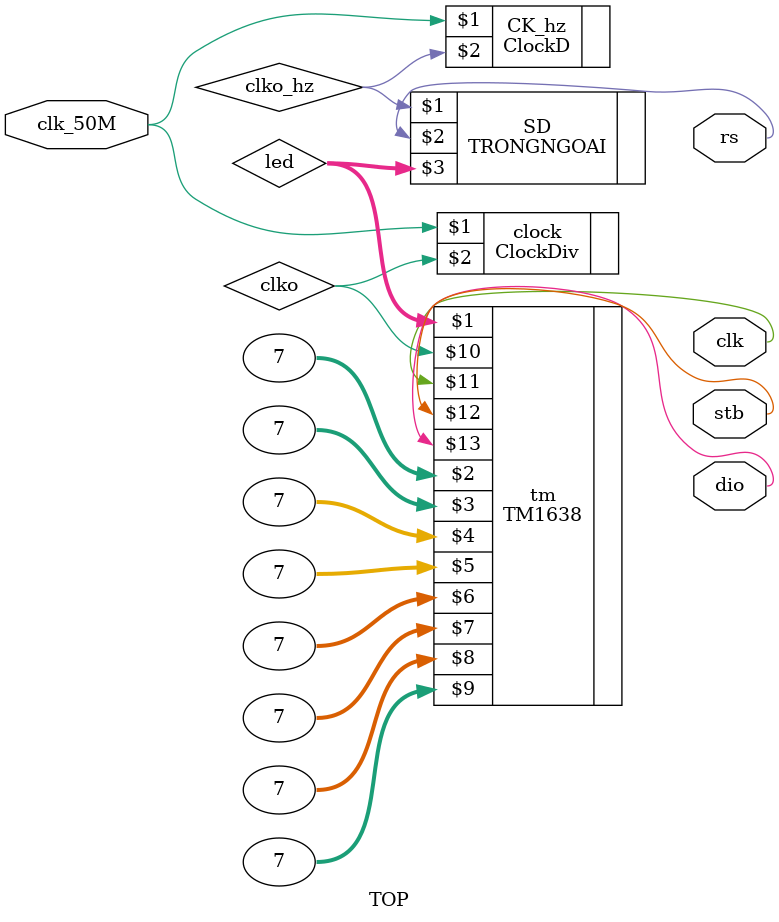
<source format=v>
`timescale 1ns / 1ps
module TOP(input clk_50M,
    output wire rs,
	 output wire clk,
    output wire stb,
    output wire dio
    );

wire clko;
wire clk_hz;
wire [7:0] led;

ClockD CK_hz(clk_50M,clko_hz);
ClockDiv clock (clk_50M, clko);
TRONGNGOAI SD(clko_hz,rs,led);
wire [4:0] seg [7:0];

TM1638 tm (led,7,7,7,7,7,7,7,7,   
	 clko,
    clk,
    stb,
    dio
    );	

endmodule
</source>
